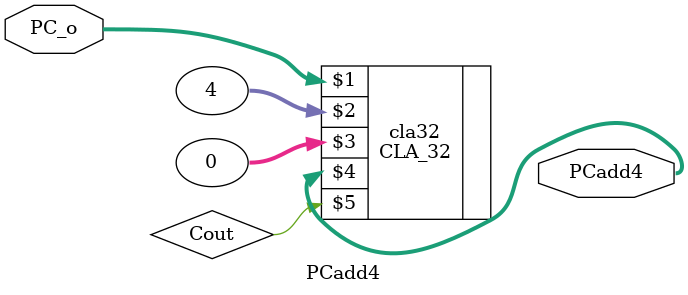
<source format=v>
`timescale 1ns / 1ps


module PCadd4(PC_o,PCadd4);
input [31:0] PC_o;
//Æ«ÒÆÁ¿
output [31:0] PCadd4;
//ÐÂÖ¸ÁîµØÖ·
CLA_32 cla32(PC_o,4,0, PCadd4, Cout);
endmodule
</source>
